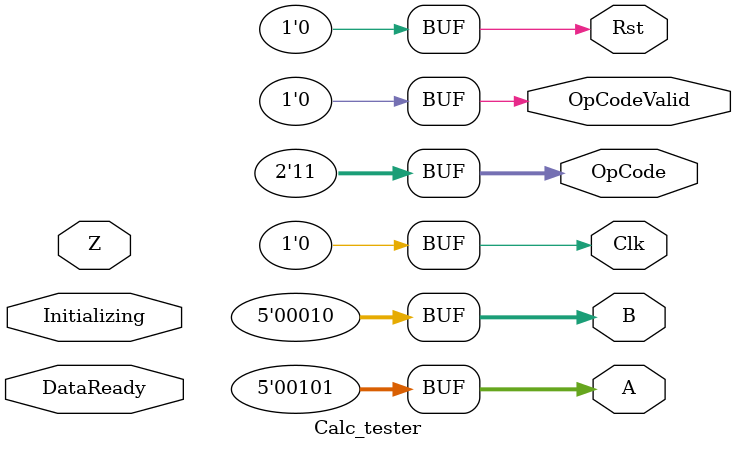
<source format=v>


`resetall
`timescale 1ns/10ps

module Calc_tester( 
   DataReady, 
   Z, 
   A, 
   B, 
   Clk, 
   OpCode, 
   Rst, 
   OpCodeValid, 
   Initializing
);


// Internal Declarations

input        DataReady;
input  [4:0] Z;
output [4:0] A;
output [4:0] B;
output       Clk;
output [1:0] OpCode;
output       Rst;
output       OpCodeValid;
input        Initializing;


wire DataReady;
wire [4:0] Z;
reg [4:0] A;
reg [4:0] B;
reg Clk;
reg [1:0] OpCode;
reg Rst;
reg OpCodeValid;
wire Initializing;

initial
begin
	A[4:0] = 5'b00100;
  #2000	A[4:0] = 5'b00101;
end

initial
begin
	B[4:0] = 5'b00011;
  #2000	B[4:0] = 5'b00010;
end

initial
begin
// Binary Counter Stimulus Generator
	OpCode[1:0] = 2'b00; // Rotate
  #400	OpCode[1:0] = 2'b01; // A+B
  #400	OpCode[1:0] = 2'b10; // A-B
  #400	OpCode[1:0] = 2'b11; // A*B
  #400	OpCode[1:0] = 2'b00; // X
  #400	OpCode[1:0] = 2'b01; // X
  #400	OpCode[1:0] = 2'b10; // X
  #400	OpCode[1:0] = 2'b11; // X
end

// Clock Stimulus Generator
always
begin
	Clk = 0;
  #25	Clk = 1;
  #50	Clk = 0;
  #25	Clk = 0;
end

initial
begin
// Pulse Stimulus Generator
	Rst = 0;
  #40	Rst = 1;
  #20	Rst = 0;
end

// time-ordered stimulus vector section
initial
begin
	OpCodeValid = 0;
  #110	OpCodeValid = 1;
  #200	OpCodeValid = 0;
  #180	OpCodeValid = 1;
  #110	OpCodeValid = 0;
  #300	OpCodeValid = 1;
  #60	OpCodeValid = 0;
  #300	OpCodeValid = 1;
  #90	OpCodeValid = 0;
  #800	OpCodeValid = 1;
  #200	OpCodeValid = 0;
  #180	OpCodeValid = 1;
  #110	OpCodeValid = 0;
  #300	OpCodeValid = 1;
  #60	OpCodeValid = 0;
  #300	OpCodeValid = 1;
  #90	OpCodeValid = 0;
end
endmodule


// Test Bench
`resetall
`timescale 1ns/10ps

module Calc_tb;

// Local declarations

// Internal signal declarations
wire [4:0] A;
wire [4:0] B;
wire       Clk;
wire       DataReady;
wire       Initializing;
wire [1:0] OpCode;
wire       OpCodeValid;
wire       Rst;
wire [4:0] Z;


// Instances 
Calc_tester I1( 
   .DataReady    (DataReady), 
   .Z            (Z), 
   .A            (A), 
   .B            (B), 
   .Clk          (Clk), 
   .OpCode       (OpCode), 
   .Rst          (Rst), 
   .OpCodeValid  (OpCodeValid), 
   .Initializing (Initializing)
); 

Calc_Top I0( 
   .A            (A), 
   .B            (B), 
   .Z            (Z), 
   .DataReady    (DataReady), 
   .OpCode       (OpCode), 
   .OpCodeValid  (OpCodeValid), 
   .Initializing (Initializing), 
   .Clk          (Clk), 
   .Rst          (Rst)
); 

endmodule // Calc_tb


</source>
